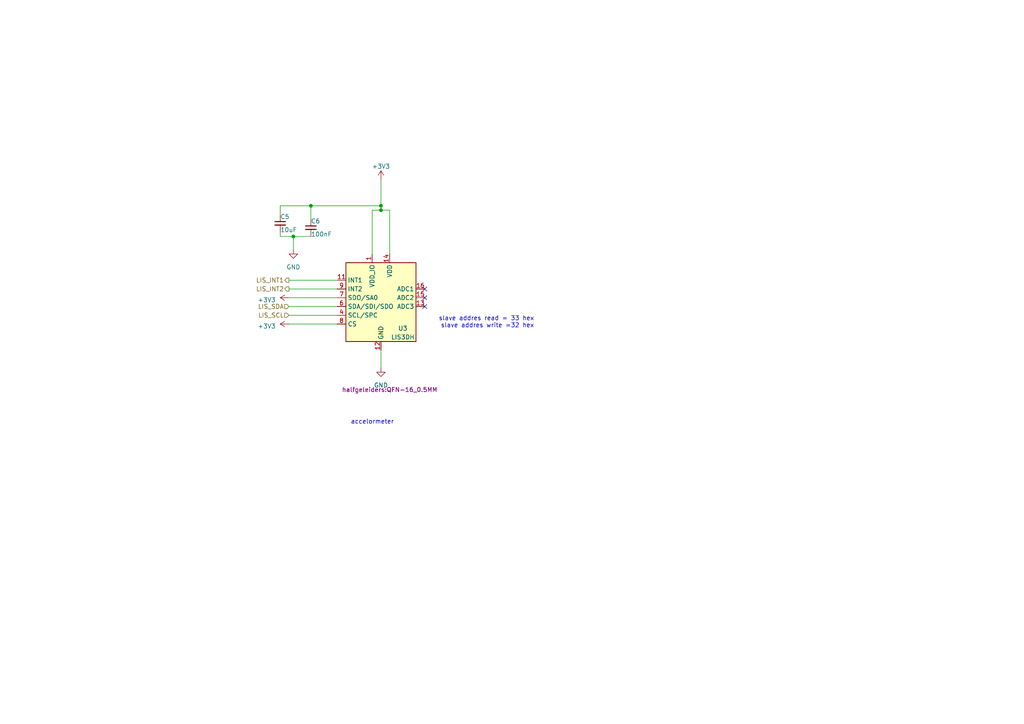
<source format=kicad_sch>
(kicad_sch (version 20210621) (generator eeschema)
  (paper "A4")
  (lib_symbols
    (symbol "Device:C_Small" (pin_numbers hide) (pin_names (offset 0.254) hide)
      (property "Reference" "C" (at 0.254 1.778 0))
      (property "Value" "C_Small" (at 0.254 -2.032 0))
      (symbol "C_Small_0_1"
        (polyline (pts (xy -1.524 -0.508) (xy 1.524 -0.508)) (stroke (width 0.3302)))
        (polyline (pts (xy -1.524 0.508) (xy 1.524 0.508)) (stroke (width 0.3048)))
      )
      (symbol "C_Small_1_1"
        (pin passive line (at 0 2.54 270) (length 2.032) (name "~") (number "1"))
        (pin passive line (at 0 -2.54 90) (length 2.032) (name "~") (number "2"))
      )
    )
    (symbol "Sensor_Motion:LIS3DH"
      (property "Reference" "U" (at -7.62 11.43 0))
      (property "Value" "LIS3DH" (at 6.35 11.43 0))
      (symbol "LIS3DH_0_1"
        (rectangle (start -10.16 10.16) (end 10.16 -12.7) (stroke (width 0.254)) (fill (type background)))
      )
      (symbol "LIS3DH_1_1"
        (pin power_in line (at -2.54 12.7 270) (length 2.54) (name "VDD_IO") (number "1"))
        (pin passive line (at 0 -15.24 90) (length 2.54) hide (name "GND") (number "10"))
        (pin output line (at -12.7 5.08 0) (length 2.54) (name "INT1") (number "11"))
        (pin power_in line (at 0 -15.24 90) (length 2.54) (name "GND") (number "12"))
        (pin input line (at 12.7 -2.54 180) (length 2.54) (name "ADC3") (number "13"))
        (pin power_in line (at 2.54 12.7 270) (length 2.54) (name "VDD") (number "14"))
        (pin input line (at 12.7 0 180) (length 2.54) (name "ADC2") (number "15"))
        (pin input line (at 12.7 2.54 180) (length 2.54) (name "ADC1") (number "16"))
        (pin no_connect line (at 10.16 5.08 180) (length 2.54) hide (name "NC") (number "2"))
        (pin no_connect line (at 10.16 7.62 180) (length 2.54) hide (name "NC") (number "3"))
        (pin input line (at -12.7 -5.08 0) (length 2.54) (name "SCL/SPC") (number "4"))
        (pin passive line (at 0 -15.24 90) (length 2.54) hide (name "GND") (number "5"))
        (pin bidirectional line (at -12.7 -2.54 0) (length 2.54) (name "SDA/SDI/SDO") (number "6"))
        (pin bidirectional line (at -12.7 0 0) (length 2.54) (name "SDO/SA0") (number "7"))
        (pin input line (at -12.7 -7.62 0) (length 2.54) (name "CS") (number "8"))
        (pin output line (at -12.7 2.54 0) (length 2.54) (name "INT2") (number "9"))
      )
    )
    (symbol "power:+3V3" (power) (pin_names (offset 0))
      (property "Value" "+3V3" (at 0 3.556 0))
      (symbol "+3V3_0_1"
        (polyline (pts (xy -0.762 1.27) (xy 0 2.54)))
        (polyline (pts (xy 0 0) (xy 0 2.54)))
        (polyline (pts (xy 0 2.54) (xy 0.762 1.27)))
      )
      (symbol "+3V3_1_1"
        (pin power_in line (at 0 0 90) (length 0) hide (name "+3V3") (number "1"))
      )
    )
    (symbol "power:GND" (power) (pin_names (offset 0))
      (property "Value" "GND" (at 0 -3.81 0))
      (symbol "GND_0_1"
        (polyline (pts (xy 0 0) (xy 0 -1.27) (xy 1.27 -1.27) (xy 0 -2.54) (xy -1.27 -1.27) (xy 0 -1.27)))
      )
      (symbol "GND_1_1"
        (pin power_in line (at 0 0 270) (length 0) hide (name "GND") (number "1"))
      )
    )
  )
  (junction (at 85.09 68.58) (diameter 0.9144))
  (junction (at 90.17 59.69) (diameter 0.9144))
  (junction (at 110.49 59.69) (diameter 0.9144))
  (junction (at 110.49 60.96) (diameter 0.9144))
  (no_connect (at 123.19 83.82))
  (no_connect (at 123.19 86.36))
  (no_connect (at 123.19 88.9))
  (wire (pts (xy 81.28 59.69) (xy 81.28 62.23)))
  (wire (pts (xy 81.28 59.69) (xy 90.17 59.69)))
  (wire (pts (xy 81.28 67.31) (xy 81.28 68.58)))
  (wire (pts (xy 81.28 68.58) (xy 85.09 68.58)))
  (wire (pts (xy 83.82 81.28) (xy 97.79 81.28)))
  (wire (pts (xy 83.82 83.82) (xy 97.79 83.82)))
  (wire (pts (xy 83.82 86.36) (xy 97.79 86.36)))
  (wire (pts (xy 83.82 88.9) (xy 97.79 88.9)))
  (wire (pts (xy 83.82 91.44) (xy 97.79 91.44)))
  (wire (pts (xy 83.82 93.98) (xy 97.79 93.98)))
  (wire (pts (xy 85.09 68.58) (xy 90.17 68.58)))
  (wire (pts (xy 85.09 72.39) (xy 85.09 68.58)))
  (wire (pts (xy 90.17 59.69) (xy 90.17 63.5)))
  (wire (pts (xy 90.17 59.69) (xy 110.49 59.69)))
  (wire (pts (xy 107.95 60.96) (xy 110.49 60.96)))
  (wire (pts (xy 107.95 73.66) (xy 107.95 60.96)))
  (wire (pts (xy 110.49 52.07) (xy 110.49 59.69)))
  (wire (pts (xy 110.49 59.69) (xy 110.49 60.96)))
  (wire (pts (xy 110.49 60.96) (xy 113.03 60.96)))
  (wire (pts (xy 110.49 101.6) (xy 110.49 106.68)))
  (wire (pts (xy 113.03 60.96) (xy 113.03 73.66)))
  (text "accelormeter\n" (at 114.3 123.19 180) (effects (font (size 1.27 1.27)) (justify right bottom)))
  (text "slave addres read = 33 hex\nslave addres write =32 hex" (at 154.94 95.25 0) (effects (font (size 1.27 1.27)) (justify right bottom)))
  (hierarchical_label "LIS_INT1" (shape output) (at 83.82 81.28 180))
  (hierarchical_label "LIS_INT2" (shape output) (at 83.82 83.82 180))
  (hierarchical_label "LIS_SDA" (shape input) (at 83.82 88.9 180))
  (hierarchical_label "LIS_SCL" (shape input) (at 83.82 91.44 180))
  (symbol (lib_id "power:+3V3") (at 83.82 86.36 90) (unit 1)
    (property "Reference" "#PWR0114" (effects hide))
    (property "Value" "+3V3" (at 80.01 86.9949 90) (effects (justify left)))
  )
  (symbol (lib_id "power:+3V3") (at 83.82 93.98 90) (unit 1)
    (property "Reference" "#PWR0113" (effects hide))
    (property "Value" "+3V3" (at 80.01 94.6149 90) (effects (justify left)))
  )
  (symbol (lib_id "power:+3V3") (at 110.49 52.07 0) (unit 1)
    (property "Reference" "#PWR0112" (effects hide))
    (property "Value" "+3V3" (at 110.49 48.26 0))
  )
  (symbol (lib_id "power:GND") (at 85.09 72.39 0) (unit 1)
    (property "Reference" "#PWR0115" (effects hide))
    (property "Value" "GND" (at 85.09 77.47 0))
  )
  (symbol (lib_id "power:GND") (at 110.49 106.68 0) (unit 1)
    (property "Reference" "#PWR0111" (effects hide))
    (property "Value" "GND" (at 110.49 111.76 0))
  )
  (symbol (lib_id "Device:C_Small") (at 81.28 64.77 0) (unit 1)
    (property "Reference" "C5" (at 81.28 62.8649 0) (effects (justify left)))
    (property "Value" "10uF" (at 81.28 66.6749 0) (effects (justify left)))
    (property "Footprint" "vanalles:0603" (effects hide))
  )
  (symbol (lib_id "Device:C_Small") (at 90.17 66.04 0) (unit 1)
    (property "Reference" "C6" (at 90.17 64.1349 0) (effects (justify left)))
    (property "Value" "100nF" (at 90.17 67.9449 0) (effects (justify left)))
    (property "Footprint" "vanalles:0603" (effects hide))
  )
  (symbol (lib_id "Sensor_Motion:LIS3DH") (at 110.49 86.36 0) (unit 1)
    (property "Reference" "U3" (at 116.84 95.25 0))
    (property "Value" "LIS3DH" (at 116.84 97.79 0))
    (property "Footprint" "halfgeleiders:QFN-16_0.5MM" (at 113.03 113.03 0))
    (property "Datasheet" "https://www.st.com/resource/en/datasheet/cd00274221.pdf" (effects hide))
  )
)
</source>
